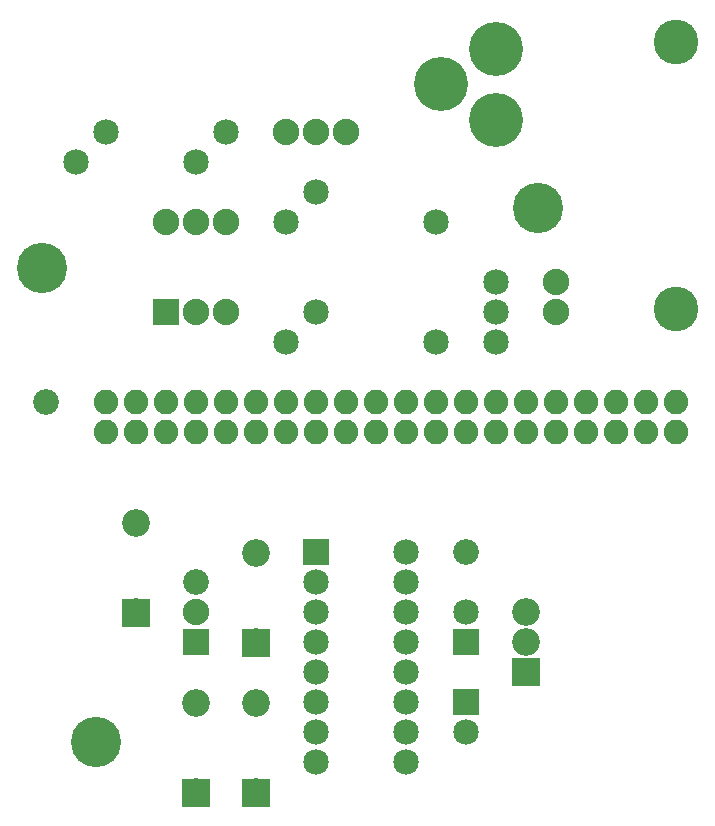
<source format=gts>
G04 MADE WITH FRITZING*
G04 WWW.FRITZING.ORG*
G04 DOUBLE SIDED*
G04 HOLES PLATED*
G04 CONTOUR ON CENTER OF CONTOUR VECTOR*
%ASAXBY*%
%FSLAX23Y23*%
%MOIN*%
%OFA0B0*%
%SFA1.0B1.0*%
%ADD10C,0.085433*%
%ADD11C,0.167480*%
%ADD12C,0.180000*%
%ADD13C,0.088000*%
%ADD14C,0.085000*%
%ADD15C,0.081889*%
%ADD16C,0.081917*%
%ADD17C,0.092000*%
%ADD18C,0.148890*%
%ADD19R,0.085000X0.085000*%
%ADD20R,0.092000X0.092000*%
%ADD21R,0.088000X0.088000*%
%LNMASK1*%
G90*
G70*
G54D10*
X799Y833D03*
G54D11*
X1939Y2079D03*
X464Y302D03*
X286Y1880D03*
G54D12*
X1799Y2375D03*
X1799Y2611D03*
X1614Y2493D03*
X1799Y2375D03*
X1799Y2611D03*
X1614Y2493D03*
G54D13*
X1298Y2333D03*
X1198Y2333D03*
X1098Y2333D03*
X698Y2033D03*
X798Y2033D03*
X898Y2033D03*
G54D14*
X1698Y633D03*
X1698Y733D03*
X1698Y433D03*
X1698Y333D03*
X1798Y1633D03*
X1798Y1733D03*
X1798Y1833D03*
X1598Y1633D03*
X1598Y2033D03*
G54D15*
X498Y1333D03*
X598Y1333D03*
X698Y1333D03*
X798Y1333D03*
G54D16*
X898Y1333D03*
G54D15*
X998Y1333D03*
X1098Y1333D03*
X1198Y1333D03*
X1298Y1333D03*
G54D16*
X1398Y1333D03*
G54D15*
X1498Y1333D03*
G54D16*
X1598Y1333D03*
G54D15*
X1698Y1333D03*
X1798Y1333D03*
X1898Y1333D03*
X1998Y1333D03*
G54D16*
X2098Y1333D03*
G54D15*
X2198Y1333D03*
X2298Y1333D03*
X2398Y1333D03*
X2398Y1433D03*
X2298Y1433D03*
X2198Y1433D03*
G54D16*
X2098Y1433D03*
G54D15*
X1998Y1433D03*
X1898Y1433D03*
X1798Y1433D03*
X1698Y1433D03*
G54D16*
X1598Y1433D03*
G54D15*
X1498Y1433D03*
G54D16*
X1398Y1433D03*
G54D15*
X1298Y1433D03*
X1198Y1433D03*
X1098Y1433D03*
X998Y1433D03*
G54D16*
X898Y1433D03*
G54D15*
X798Y1433D03*
X698Y1433D03*
X598Y1433D03*
X498Y1433D03*
G54D13*
X1998Y1733D03*
X1998Y1833D03*
G54D14*
X1198Y1733D03*
X1198Y2133D03*
X1098Y1633D03*
X1098Y2033D03*
G54D17*
X1898Y533D03*
X1898Y633D03*
X1898Y733D03*
G54D14*
X1198Y933D03*
X1498Y933D03*
X1198Y833D03*
X1498Y833D03*
X1198Y733D03*
X1498Y733D03*
X1198Y633D03*
X1498Y633D03*
X1198Y533D03*
X1498Y533D03*
X1198Y433D03*
X1498Y433D03*
X1198Y333D03*
X1498Y333D03*
X1198Y233D03*
X1498Y233D03*
G54D13*
X798Y633D03*
X798Y733D03*
G54D17*
X598Y733D03*
X598Y1031D03*
X998Y633D03*
X998Y931D03*
X798Y133D03*
X798Y431D03*
X998Y133D03*
X998Y431D03*
G54D18*
X2398Y2633D03*
X2398Y1744D03*
G54D14*
X398Y2233D03*
X798Y2233D03*
X498Y2333D03*
X898Y2333D03*
G54D13*
X698Y1733D03*
X798Y1733D03*
X898Y1733D03*
G54D10*
X1698Y933D03*
X298Y1433D03*
G54D19*
X1698Y633D03*
X1698Y433D03*
G54D20*
X1898Y533D03*
G54D19*
X1198Y933D03*
G54D21*
X798Y633D03*
G54D20*
X598Y732D03*
X998Y632D03*
X798Y132D03*
X998Y132D03*
G54D21*
X698Y1733D03*
G04 End of Mask1*
M02*
</source>
